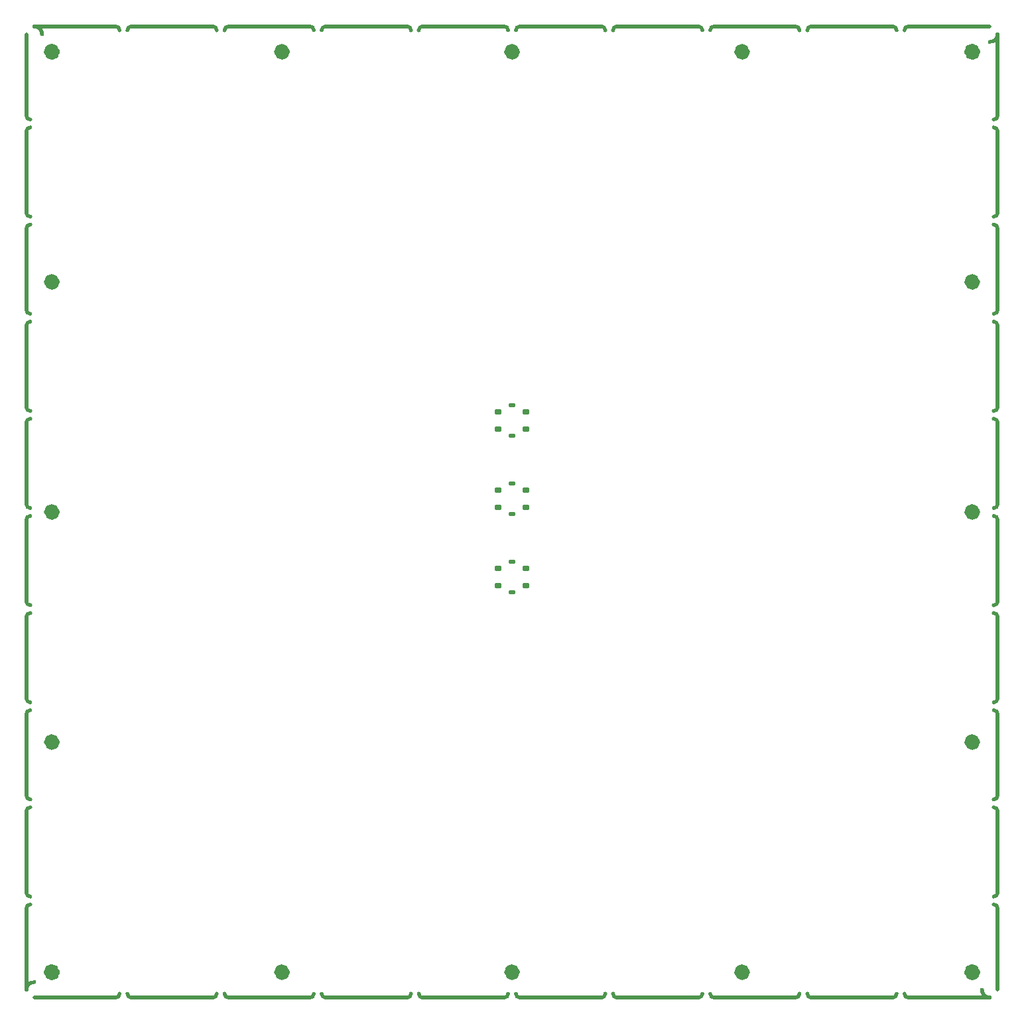
<source format=gbp>
G04 #@! TF.GenerationSoftware,KiCad,Pcbnew,7.0.7*
G04 #@! TF.CreationDate,2023-10-06T21:03:47+01:00*
G04 #@! TF.ProjectId,stencil,7374656e-6369-46c2-9e6b-696361645f70,C*
G04 #@! TF.SameCoordinates,PX8044ea0PY76ec560*
G04 #@! TF.FileFunction,Paste,Bot*
G04 #@! TF.FilePolarity,Positive*
%FSLAX46Y46*%
G04 Gerber Fmt 4.6, Leading zero omitted, Abs format (unit mm)*
G04 Created by KiCad (PCBNEW 7.0.7) date 2023-10-06 21:03:47*
%MOMM*%
%LPD*%
G01*
G04 APERTURE LIST*
G04 Aperture macros list*
%AMRoundRect*
0 Rectangle with rounded corners*
0 $1 Rounding radius*
0 $2 $3 $4 $5 $6 $7 $8 $9 X,Y pos of 4 corners*
0 Add a 4 corners polygon primitive as box body*
4,1,4,$2,$3,$4,$5,$6,$7,$8,$9,$2,$3,0*
0 Add four circle primitives for the rounded corners*
1,1,$1+$1,$2,$3*
1,1,$1+$1,$4,$5*
1,1,$1+$1,$6,$7*
1,1,$1+$1,$8,$9*
0 Add four rect primitives between the rounded corners*
20,1,$1+$1,$2,$3,$4,$5,0*
20,1,$1+$1,$4,$5,$6,$7,0*
20,1,$1+$1,$6,$7,$8,$9,0*
20,1,$1+$1,$8,$9,$2,$3,0*%
G04 Aperture macros list end*
%ADD10C,0.500000*%
%ADD11C,1.050000*%
%ADD12C,1.000000*%
%ADD13RoundRect,0.112500X0.287500X0.112500X-0.287500X0.112500X-0.287500X-0.112500X0.287500X-0.112500X0*%
%ADD14RoundRect,0.127000X0.323000X0.173000X-0.323000X0.173000X-0.323000X-0.173000X0.323000X-0.173000X0*%
G04 APERTURE END LIST*
D10*
X-43900181Y-29200019D02*
G75*
G03*
X-44900181Y-30200000I-19J-999981D01*
G01*
X-42900200Y91800000D02*
G75*
G03*
X-43900181Y92800000I-1000000J0D01*
G01*
X79099819Y67000000D02*
X79099819Y56600000D01*
X55299819Y92800000D02*
X65699819Y92800000D01*
X55299819Y92799981D02*
G75*
G03*
X54799819Y92300000I-19J-499981D01*
G01*
X79099819Y17400000D02*
X79099819Y7000000D01*
X67699819Y-31200000D02*
X78099819Y-31200000D01*
X79099819Y5000000D02*
X79099819Y-5400000D01*
X79099819Y42200000D02*
X79099819Y31800000D01*
X-44900200Y44200000D02*
G75*
G03*
X-44400181Y43700000I500000J0D01*
G01*
X78099819Y90799981D02*
G75*
G03*
X79099819Y91800000I-19J1000019D01*
G01*
X-44900181Y5000000D02*
X-44900181Y-5400000D01*
X78599819Y-18300019D02*
G75*
G03*
X79099819Y-17800000I-19J500019D01*
G01*
X-43900181Y-31200000D02*
X-33500181Y-31200000D01*
X65699819Y-31200019D02*
G75*
G03*
X66199819Y-30700000I-19J500019D01*
G01*
X78599819Y80899981D02*
G75*
G03*
X79099819Y81400000I-19J500019D01*
G01*
X79099819Y54600000D02*
X79099819Y44200000D01*
X5199800Y-30700000D02*
G75*
G03*
X5699819Y-31200000I500000J0D01*
G01*
D11*
X76374819Y89550000D02*
G75*
G03*
X76374819Y89550000I-525000J0D01*
G01*
D10*
X79099800Y-7400000D02*
G75*
G03*
X78599819Y-6900000I-500000J0D01*
G01*
X30499819Y92799981D02*
G75*
G03*
X29999819Y92300000I-19J-499981D01*
G01*
X-44900200Y-5400000D02*
G75*
G03*
X-44400181Y-5900000I500000J0D01*
G01*
X16099819Y-31200019D02*
G75*
G03*
X16599819Y-30700000I-19J500019D01*
G01*
X-44400181Y79899981D02*
G75*
G03*
X-44900181Y79400000I-19J-499981D01*
G01*
X-6700181Y92799981D02*
G75*
G03*
X-7200181Y92300000I-19J-499981D01*
G01*
X-31500181Y92800000D02*
X-21100181Y92800000D01*
X-44400181Y-19300019D02*
G75*
G03*
X-44900181Y-19800000I-19J-499981D01*
G01*
X-44900181Y-7400000D02*
X-44900181Y-17800000D01*
X-33000200Y92300000D02*
G75*
G03*
X-33500181Y92800000I-500000J0D01*
G01*
X42399800Y-30700000D02*
G75*
G03*
X42899819Y-31200000I500000J0D01*
G01*
D11*
X-41125181Y89550000D02*
G75*
G03*
X-41125181Y89550000I-525000J0D01*
G01*
D10*
X42899819Y-31200000D02*
X53299819Y-31200000D01*
X-44900200Y69000000D02*
G75*
G03*
X-44400181Y68500000I500000J0D01*
G01*
D12*
X46974819Y89550000D02*
G75*
G03*
X46974819Y89550000I-500000J0D01*
G01*
D10*
X79099800Y-19800000D02*
G75*
G03*
X78599819Y-19300000I-500000J0D01*
G01*
X55299819Y-31200000D02*
X65699819Y-31200000D01*
X-44900181Y67000000D02*
X-44900181Y56600000D01*
X-44900181Y29800000D02*
X-44900181Y19400000D01*
X3699819Y-31200019D02*
G75*
G03*
X4199819Y-30700000I-19J500019D01*
G01*
X79099800Y54600000D02*
G75*
G03*
X78599819Y55100000I-500000J0D01*
G01*
X-21100181Y-31200019D02*
G75*
G03*
X-20600181Y-30700000I-19J500019D01*
G01*
X79099800Y17400000D02*
G75*
G03*
X78599819Y17900000I-500000J0D01*
G01*
X16599800Y92300000D02*
G75*
G03*
X16099819Y92800000I-500000J0D01*
G01*
X17599800Y-30700000D02*
G75*
G03*
X18099819Y-31200000I500000J0D01*
G01*
X40899819Y-31200019D02*
G75*
G03*
X41399819Y-30700000I-19J500019D01*
G01*
X-44400181Y55099981D02*
G75*
G03*
X-44900181Y54600000I-19J-499981D01*
G01*
X-44900181Y17400000D02*
X-44900181Y7000000D01*
X5699819Y92800000D02*
X16099819Y92800000D01*
X-44400181Y67499981D02*
G75*
G03*
X-44900181Y67000000I-19J-499981D01*
G01*
X-44400181Y30299981D02*
G75*
G03*
X-44900181Y29800000I-19J-499981D01*
G01*
D12*
X-41150181Y30800000D02*
G75*
G03*
X-41150181Y30800000I-500000J0D01*
G01*
D10*
X79099800Y42200000D02*
G75*
G03*
X78599819Y42700000I-500000J0D01*
G01*
X-6700181Y92800000D02*
X3699819Y92800000D01*
X66199800Y92300000D02*
G75*
G03*
X65699819Y92800000I-500000J0D01*
G01*
X-44900181Y54600000D02*
X-44900181Y44200000D01*
D12*
X17599819Y89550000D02*
G75*
G03*
X17599819Y89550000I-500000J0D01*
G01*
D10*
X-7200200Y-30700000D02*
G75*
G03*
X-6700181Y-31200000I500000J0D01*
G01*
X30499819Y92800000D02*
X40899819Y92800000D01*
X-33500181Y-31200019D02*
G75*
G03*
X-33000181Y-30700000I-19J500019D01*
G01*
X-44400181Y-6900019D02*
G75*
G03*
X-44900181Y-7400000I-19J-499981D01*
G01*
X78599819Y56099981D02*
G75*
G03*
X79099819Y56600000I-19J500019D01*
G01*
X79099800Y79400000D02*
G75*
G03*
X78599819Y79900000I-500000J0D01*
G01*
X78599819Y68499981D02*
G75*
G03*
X79099819Y69000000I-19J500019D01*
G01*
X79099819Y29800000D02*
X79099819Y19400000D01*
X42899819Y92799981D02*
G75*
G03*
X42399819Y92300000I-19J-499981D01*
G01*
D12*
X76349819Y30800000D02*
G75*
G03*
X76349819Y30800000I-500000J0D01*
G01*
D11*
X-41125181Y-27950000D02*
G75*
G03*
X-41125181Y-27950000I-525000J0D01*
G01*
D10*
X79099819Y-19800000D02*
X79099819Y-30200000D01*
X-44900200Y31800000D02*
G75*
G03*
X-44400181Y31300000I500000J0D01*
G01*
D12*
X-11775181Y89550000D02*
G75*
G03*
X-11775181Y89550000I-500000J0D01*
G01*
D10*
X30499819Y-31200000D02*
X40899819Y-31200000D01*
D11*
X76374819Y-27950000D02*
G75*
G03*
X76374819Y-27950000I-525000J0D01*
G01*
D10*
X-32000200Y-30700000D02*
G75*
G03*
X-31500181Y-31200000I500000J0D01*
G01*
X-19100181Y-31200000D02*
X-8700181Y-31200000D01*
X78599819Y6499981D02*
G75*
G03*
X79099819Y7000000I-19J500019D01*
G01*
X-44400181Y17899981D02*
G75*
G03*
X-44900181Y17400000I-19J-499981D01*
G01*
X53299819Y-31200019D02*
G75*
G03*
X53799819Y-30700000I-19J500019D01*
G01*
X-6700181Y-31200000D02*
X3699819Y-31200000D01*
X-44900181Y79400000D02*
X-44900181Y69000000D01*
X18099819Y92800000D02*
X28499819Y92800000D01*
X-19100181Y92800000D02*
X-8700181Y92800000D01*
X78599819Y-5900019D02*
G75*
G03*
X79099819Y-5400000I-19J500019D01*
G01*
X-19100181Y92799981D02*
G75*
G03*
X-19600181Y92300000I-19J-499981D01*
G01*
X-44900200Y81400000D02*
G75*
G03*
X-44400181Y80900000I500000J0D01*
G01*
D12*
X46974819Y-27950000D02*
G75*
G03*
X46974819Y-27950000I-500000J0D01*
G01*
D10*
X67699819Y92800000D02*
X78099819Y92800000D01*
X-44400181Y5499981D02*
G75*
G03*
X-44900181Y5000000I-19J-499981D01*
G01*
X-31500181Y92799981D02*
G75*
G03*
X-32000181Y92300000I-19J-499981D01*
G01*
X-43900181Y92800000D02*
X-33500181Y92800000D01*
X-44400181Y42699981D02*
G75*
G03*
X-44900181Y42200000I-19J-499981D01*
G01*
X-44900200Y56600000D02*
G75*
G03*
X-44400181Y56100000I500000J0D01*
G01*
X-20600200Y92300000D02*
G75*
G03*
X-21100181Y92800000I-500000J0D01*
G01*
X-44900200Y19400000D02*
G75*
G03*
X-44400181Y18900000I500000J0D01*
G01*
X-8200200Y92300000D02*
G75*
G03*
X-8700181Y92800000I-500000J0D01*
G01*
X79099819Y91800000D02*
X79099819Y81400000D01*
X79099800Y5000000D02*
G75*
G03*
X78599819Y5500000I-500000J0D01*
G01*
X79099800Y29800000D02*
G75*
G03*
X78599819Y30300000I-500000J0D01*
G01*
D12*
X76349819Y1425000D02*
G75*
G03*
X76349819Y1425000I-500000J0D01*
G01*
D10*
X5699819Y-31200000D02*
X16099819Y-31200000D01*
X77099800Y-30200000D02*
G75*
G03*
X78099819Y-31200000I1000000J0D01*
G01*
X78599819Y43699981D02*
G75*
G03*
X79099819Y44200000I-19J500019D01*
G01*
D12*
X-41150181Y1425000D02*
G75*
G03*
X-41150181Y1425000I-500000J0D01*
G01*
D10*
X41399800Y92300000D02*
G75*
G03*
X40899819Y92800000I-500000J0D01*
G01*
X18099819Y-31200000D02*
X28499819Y-31200000D01*
X-8700181Y-31200019D02*
G75*
G03*
X-8200181Y-30700000I-19J500019D01*
G01*
X-19600200Y-30700000D02*
G75*
G03*
X-19100181Y-31200000I500000J0D01*
G01*
X28499819Y-31200019D02*
G75*
G03*
X28999819Y-30700000I-19J500019D01*
G01*
X5699819Y92799981D02*
G75*
G03*
X5199819Y92300000I-19J-499981D01*
G01*
X67699819Y92799981D02*
G75*
G03*
X67199819Y92300000I-19J-499981D01*
G01*
X78599819Y18899981D02*
G75*
G03*
X79099819Y19400000I-19J500019D01*
G01*
X-44900181Y91800000D02*
X-44900181Y81400000D01*
D12*
X-11775181Y-27950000D02*
G75*
G03*
X-11775181Y-27950000I-500000J0D01*
G01*
D10*
X42899819Y92800000D02*
X53299819Y92800000D01*
X28999800Y92300000D02*
G75*
G03*
X28499819Y92800000I-500000J0D01*
G01*
X79099819Y-7400000D02*
X79099819Y-17800000D01*
X78599819Y31299981D02*
G75*
G03*
X79099819Y31800000I-19J500019D01*
G01*
X-44900181Y42200000D02*
X-44900181Y31800000D01*
X-44900181Y-19800000D02*
X-44900181Y-30200000D01*
X54799800Y-30700000D02*
G75*
G03*
X55299819Y-31200000I500000J0D01*
G01*
X79099819Y79400000D02*
X79099819Y69000000D01*
X-31500181Y-31200000D02*
X-21100181Y-31200000D01*
X4199800Y92300000D02*
G75*
G03*
X3699819Y92800000I-500000J0D01*
G01*
X-44900200Y7000000D02*
G75*
G03*
X-44400181Y6500000I500000J0D01*
G01*
X-44900200Y-17800000D02*
G75*
G03*
X-44400181Y-18300000I500000J0D01*
G01*
X67199800Y-30700000D02*
G75*
G03*
X67699819Y-31200000I500000J0D01*
G01*
X18099819Y92799981D02*
G75*
G03*
X17599819Y92300000I-19J-499981D01*
G01*
X29999800Y-30700000D02*
G75*
G03*
X30499819Y-31200000I500000J0D01*
G01*
D12*
X76349819Y60175000D02*
G75*
G03*
X76349819Y60175000I-500000J0D01*
G01*
X17599819Y-27950000D02*
G75*
G03*
X17599819Y-27950000I-500000J0D01*
G01*
X-41150181Y60175000D02*
G75*
G03*
X-41150181Y60175000I-500000J0D01*
G01*
D10*
X53799800Y92300000D02*
G75*
G03*
X53299819Y92800000I-500000J0D01*
G01*
X79099800Y67000000D02*
G75*
G03*
X78599819Y67500000I-500000J0D01*
G01*
D13*
G04 #@! TO.C,s6*
X17100000Y34450000D03*
X17100000Y30550000D03*
D14*
X18900000Y33600000D03*
X15300000Y33600000D03*
X18900000Y31400000D03*
X15300000Y31400000D03*
G04 #@! TD*
D13*
G04 #@! TO.C,s8*
X17100000Y44450000D03*
X17100000Y40550000D03*
D14*
X18900000Y43600000D03*
X15300000Y43600000D03*
X18900000Y41400000D03*
X15300000Y41400000D03*
G04 #@! TD*
D13*
G04 #@! TO.C,s4*
X17100000Y24450000D03*
X17100000Y20550000D03*
D14*
X18900000Y23600000D03*
X15300000Y23600000D03*
X18900000Y21400000D03*
X15300000Y21400000D03*
G04 #@! TD*
M02*

</source>
